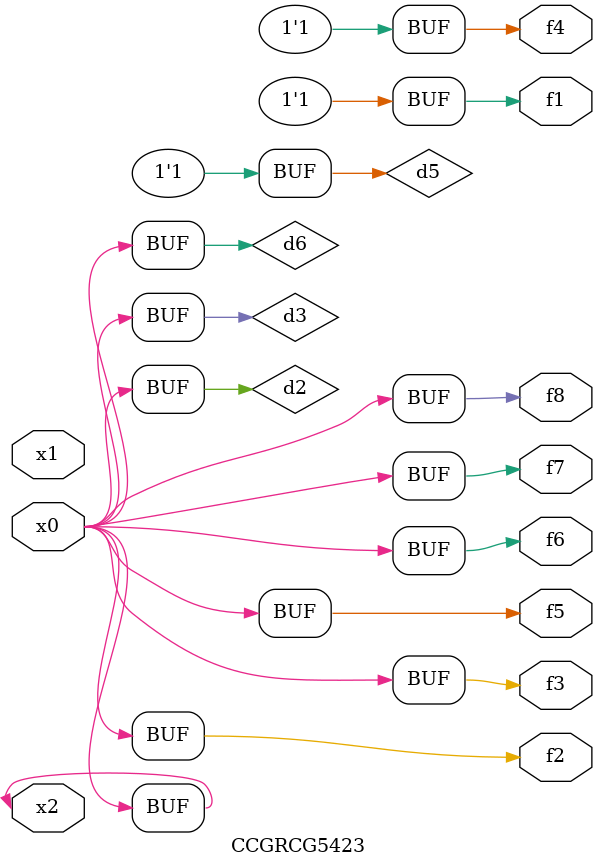
<source format=v>
module CCGRCG5423(
	input x0, x1, x2,
	output f1, f2, f3, f4, f5, f6, f7, f8
);

	wire d1, d2, d3, d4, d5, d6;

	xnor (d1, x2);
	buf (d2, x0, x2);
	and (d3, x0);
	xnor (d4, x1, x2);
	nand (d5, d1, d3);
	buf (d6, d2, d3);
	assign f1 = d5;
	assign f2 = d6;
	assign f3 = d6;
	assign f4 = d5;
	assign f5 = d6;
	assign f6 = d6;
	assign f7 = d6;
	assign f8 = d6;
endmodule

</source>
